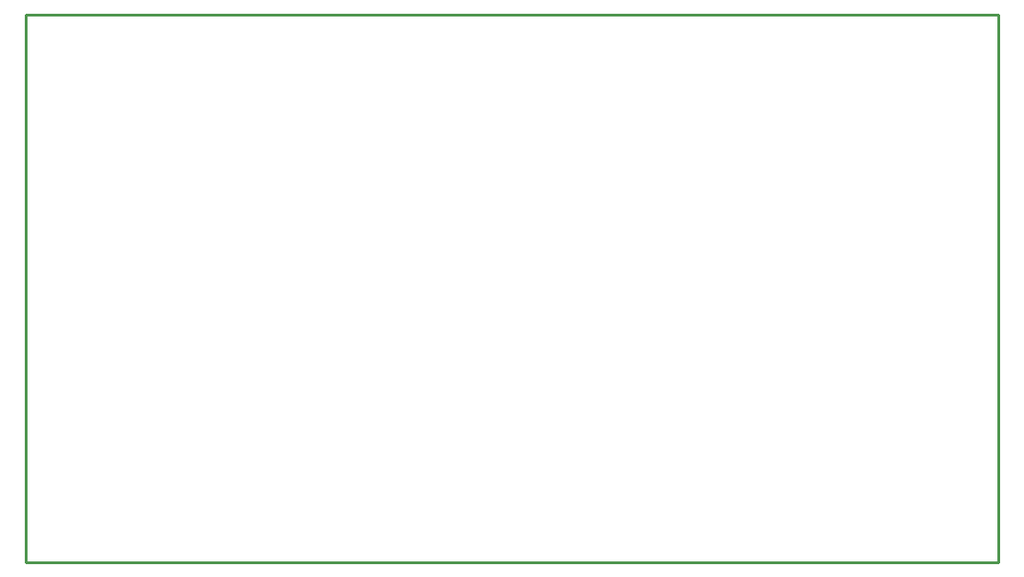
<source format=gm1>
%FSLAX25Y25*%
%MOIN*%
G70*
G01*
G75*
G04 Layer_Color=16711935*
%ADD10R,0.05500X0.07700*%
%ADD11R,0.04724X0.05512*%
%ADD12R,0.01400X0.04000*%
%ADD13R,0.05512X0.04724*%
%ADD14R,0.05906X0.04724*%
%ADD15R,0.02953X0.02362*%
%ADD16R,0.04000X0.03500*%
%ADD17R,0.03937X0.07087*%
%ADD18R,0.04724X0.03150*%
%ADD19R,0.02362X0.02953*%
%ADD20R,0.02362X0.07874*%
%ADD21R,0.05906X0.01969*%
%ADD22R,0.05906X0.02362*%
%ADD23R,0.05906X0.02480*%
%ADD24R,0.06000X0.07000*%
%ADD25R,0.07700X0.05500*%
%ADD26O,0.01180X0.05906*%
%ADD27O,0.05906X0.01180*%
%ADD28R,0.17716X0.17716*%
%ADD29R,0.01000X0.02600*%
%ADD30R,0.02600X0.01000*%
%ADD31R,0.08800X0.04200*%
%ADD32R,0.04000X0.04000*%
%ADD33C,0.01000*%
%ADD34C,0.04000*%
%ADD35C,0.08000*%
%ADD36C,0.02000*%
%ADD37C,0.01200*%
%ADD38C,0.08000*%
%ADD39R,0.08000X0.08000*%
%ADD40R,0.08000X0.06000*%
%ADD41O,0.08000X0.06000*%
%ADD42C,0.06000*%
%ADD43R,0.06000X0.06000*%
%ADD44R,0.05906X0.05906*%
%ADD45C,0.05906*%
%ADD46R,0.06000X0.08000*%
%ADD47O,0.06000X0.08000*%
%ADD48C,0.20000*%
%ADD49C,0.04000*%
%ADD50R,0.03000X0.03000*%
%ADD51R,0.05000X0.05000*%
%ADD52C,0.02500*%
%ADD53C,0.05000*%
%ADD54R,0.17700X0.17700*%
%ADD55C,0.00600*%
%ADD56C,0.00984*%
%ADD57C,0.00800*%
%ADD58C,0.00787*%
%ADD59C,0.00400*%
%ADD60R,0.06300X0.08500*%
%ADD61R,0.05524X0.06312*%
%ADD62R,0.02200X0.04800*%
%ADD63R,0.06312X0.05524*%
%ADD64R,0.06706X0.05524*%
%ADD65R,0.03753X0.03162*%
%ADD66R,0.04800X0.04300*%
%ADD67R,0.04737X0.07887*%
%ADD68R,0.05524X0.03950*%
%ADD69R,0.03162X0.03753*%
%ADD70R,0.03162X0.08674*%
%ADD71R,0.06706X0.02769*%
%ADD72R,0.06706X0.03162*%
%ADD73R,0.06706X0.03280*%
%ADD74R,0.06800X0.07800*%
%ADD75R,0.08500X0.06300*%
%ADD76O,0.01580X0.06306*%
%ADD77O,0.06306X0.01580*%
%ADD78R,0.01800X0.03400*%
%ADD79R,0.03400X0.01800*%
%ADD80R,0.09600X0.05000*%
%ADD81R,0.04800X0.04800*%
%ADD82C,0.08800*%
%ADD83R,0.08800X0.08800*%
%ADD84R,0.08800X0.06800*%
%ADD85O,0.08800X0.06800*%
%ADD86C,0.06800*%
%ADD87R,0.06800X0.06800*%
%ADD88R,0.06706X0.06706*%
%ADD89C,0.06706*%
%ADD90R,0.06800X0.08800*%
%ADD91O,0.06800X0.08800*%
%ADD92C,0.20800*%
%ADD93C,0.12000*%
%ADD94R,0.05800X0.05800*%
%ADD95C,0.03300*%
%ADD96C,0.05800*%
%ADD97R,0.18500X0.18500*%
D33*
X1000Y100D02*
Y198900D01*
X353900D01*
Y200D02*
Y198900D01*
Y200D02*
X354000Y100D01*
X1000D02*
X354000D01*
X1000D02*
Y198900D01*
X353900D01*
Y200D02*
Y198900D01*
Y200D02*
X354000Y100D01*
X1000D02*
X354000D01*
M02*

</source>
